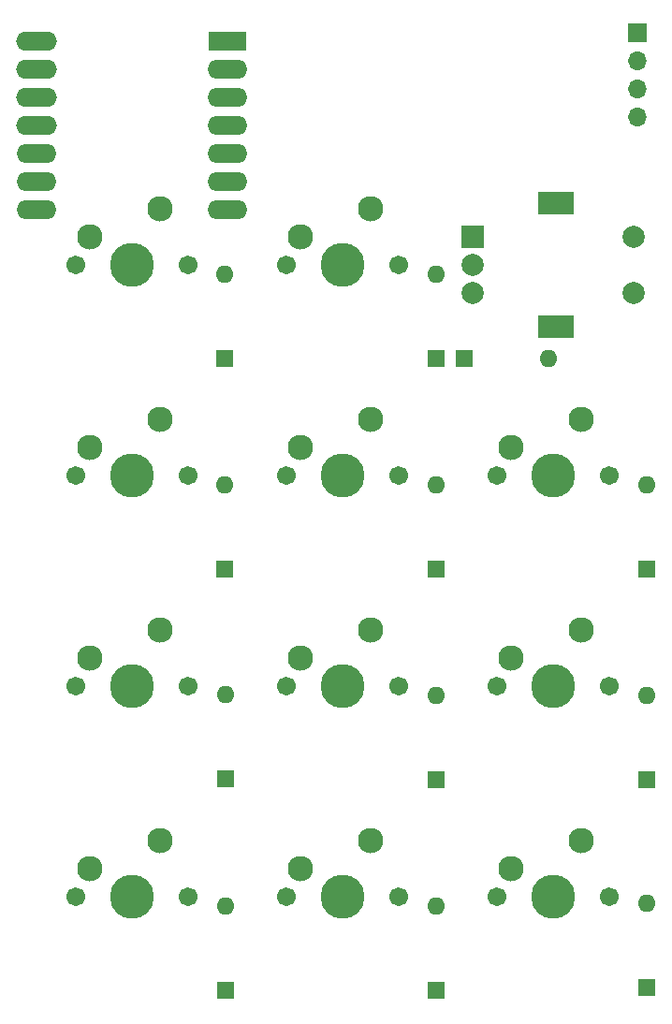
<source format=gbr>
%TF.GenerationSoftware,KiCad,Pcbnew,8.0.6*%
%TF.CreationDate,2024-10-21T23:06:16+01:00*%
%TF.ProjectId,vrishpad,76726973-6870-4616-942e-6b696361645f,rev?*%
%TF.SameCoordinates,Original*%
%TF.FileFunction,Soldermask,Bot*%
%TF.FilePolarity,Negative*%
%FSLAX46Y46*%
G04 Gerber Fmt 4.6, Leading zero omitted, Abs format (unit mm)*
G04 Created by KiCad (PCBNEW 8.0.6) date 2024-10-21 23:06:16*
%MOMM*%
%LPD*%
G01*
G04 APERTURE LIST*
%ADD10C,1.701800*%
%ADD11C,3.987800*%
%ADD12C,2.300000*%
%ADD13R,1.600000X1.600000*%
%ADD14O,1.600000X1.600000*%
%ADD15R,1.700000X1.700000*%
%ADD16O,1.700000X1.700000*%
%ADD17C,2.000000*%
%ADD18R,3.200000X2.000000*%
%ADD19R,2.000000X2.000000*%
%ADD20O,3.700000X1.700000*%
%ADD21O,3.600000X1.700000*%
%ADD22R,3.500000X1.700000*%
G04 APERTURE END LIST*
D10*
%TO.C,SW7*%
X80645000Y-66675000D03*
D11*
X85725000Y-66675000D03*
D10*
X90805000Y-66675000D03*
D12*
X81915000Y-64135000D03*
X88265000Y-61595000D03*
%TD*%
D13*
%TO.C,D2*%
X56007000Y-75184000D03*
D14*
X56007000Y-67564000D03*
%TD*%
D13*
%TO.C,D10*%
X75184000Y-94234000D03*
D14*
X75184000Y-86614000D03*
%TD*%
D13*
%TO.C,D9*%
X56134000Y-94107000D03*
D14*
X56134000Y-86487000D03*
%TD*%
D10*
%TO.C,SW12*%
X61595000Y-104775000D03*
D11*
X66675000Y-104775000D03*
D10*
X71755000Y-104775000D03*
D12*
X62865000Y-102235000D03*
X69215000Y-99695000D03*
%TD*%
D10*
%TO.C,SW3*%
X42545000Y-47625000D03*
D11*
X47625000Y-47625000D03*
D10*
X52705000Y-47625000D03*
D12*
X43815000Y-45085000D03*
X50165000Y-42545000D03*
%TD*%
D15*
%TO.C,U2*%
X93345000Y-26670000D03*
D16*
X93345000Y-29210000D03*
X93345000Y-31750000D03*
X93345000Y-34290000D03*
%TD*%
D10*
%TO.C,SW9*%
X42545000Y-85725000D03*
D11*
X47625000Y-85725000D03*
D10*
X52705000Y-85725000D03*
D12*
X43815000Y-83185000D03*
X50165000Y-80645000D03*
%TD*%
D13*
%TO.C,D15*%
X94234000Y-113030000D03*
D14*
X94234000Y-105410000D03*
%TD*%
D10*
%TO.C,SW5*%
X61595000Y-47625000D03*
D11*
X66675000Y-47625000D03*
D10*
X71755000Y-47625000D03*
D12*
X62865000Y-45085000D03*
X69215000Y-42545000D03*
%TD*%
D10*
%TO.C,SW6*%
X61595000Y-66675000D03*
D11*
X66675000Y-66675000D03*
D10*
X71755000Y-66675000D03*
D12*
X62865000Y-64135000D03*
X69215000Y-61595000D03*
%TD*%
D13*
%TO.C,D1*%
X56007000Y-56134000D03*
D14*
X56007000Y-48514000D03*
%TD*%
D10*
%TO.C,SW4*%
X42545000Y-66675000D03*
D11*
X47625000Y-66675000D03*
D10*
X52705000Y-66675000D03*
D12*
X43815000Y-64135000D03*
X50165000Y-61595000D03*
%TD*%
D13*
%TO.C,D3*%
X75184000Y-56134000D03*
D14*
X75184000Y-48514000D03*
%TD*%
D13*
%TO.C,D4*%
X75184000Y-75184000D03*
D14*
X75184000Y-67564000D03*
%TD*%
D10*
%TO.C,SW11*%
X42545000Y-104775000D03*
D11*
X47625000Y-104775000D03*
D10*
X52705000Y-104775000D03*
D12*
X43815000Y-102235000D03*
X50165000Y-99695000D03*
%TD*%
D13*
%TO.C,D5*%
X77724000Y-56134000D03*
D14*
X85344000Y-56134000D03*
%TD*%
D13*
%TO.C,D13*%
X94234000Y-94234000D03*
D14*
X94234000Y-86614000D03*
%TD*%
D13*
%TO.C,D11*%
X56134000Y-113284000D03*
D14*
X56134000Y-105664000D03*
%TD*%
D13*
%TO.C,D7*%
X94234000Y-75184000D03*
D14*
X94234000Y-67564000D03*
%TD*%
D13*
%TO.C,D12*%
X75184000Y-113284000D03*
D14*
X75184000Y-105664000D03*
%TD*%
D10*
%TO.C,SW15*%
X80645000Y-104775000D03*
D11*
X85725000Y-104775000D03*
D10*
X90805000Y-104775000D03*
D12*
X81915000Y-102235000D03*
X88265000Y-99695000D03*
%TD*%
D10*
%TO.C,SW13*%
X80645000Y-85725000D03*
D11*
X85725000Y-85725000D03*
D10*
X90805000Y-85725000D03*
D12*
X81915000Y-83185000D03*
X88265000Y-80645000D03*
%TD*%
D10*
%TO.C,SW10*%
X61595000Y-85725000D03*
D11*
X66675000Y-85725000D03*
D10*
X71755000Y-85725000D03*
D12*
X62865000Y-83185000D03*
X69215000Y-80645000D03*
%TD*%
D17*
%TO.C,SW17*%
X92975000Y-45125000D03*
X92975000Y-50125000D03*
D18*
X85975000Y-53225000D03*
X85975000Y-42025000D03*
D17*
X78475000Y-47625000D03*
X78475000Y-50125000D03*
D19*
X78475000Y-45125000D03*
%TD*%
D20*
%TO.C,U1*%
X38991500Y-27432000D03*
X38991500Y-29972000D03*
X38991500Y-32512000D03*
X38991500Y-35052000D03*
D21*
X38991500Y-37592000D03*
X38991500Y-40132000D03*
X38991500Y-42672000D03*
X56241500Y-42672000D03*
X56241500Y-40132000D03*
X56241500Y-37592000D03*
X56241500Y-35052000D03*
X56241500Y-32512000D03*
X56241500Y-29972000D03*
D22*
X56241500Y-27432000D03*
%TD*%
M02*

</source>
